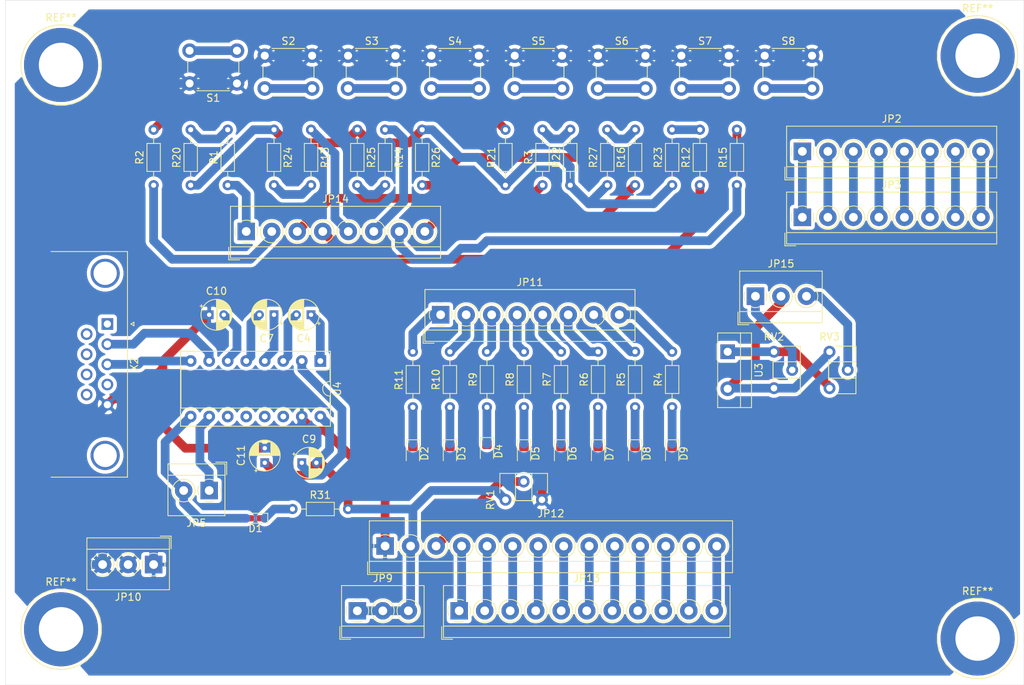
<source format=kicad_pcb>
(kicad_pcb (version 20171130) (host pcbnew "(5.1.6)-1")
  (layers (0 F.Cu signal) (31 B.Cu signal) (34 B.Paste user hide) (35 F.Paste user hide) (36 B.SilkS user hide) (37 F.SilkS user) (38 B.Mask user hide) (39 F.Mask user hide) (44 Edge.Cuts user))
  (net 0 "")
  (net 1 "Net-(C4-Pad2)")
  (net 2 "Net-(C4-Pad1)")
  (net 3 "Net-(C7-Pad2)")
  (net 4 "Net-(C7-Pad1)")
  (net 5 +5VA)
  (net 6 "Net-(C9-Pad1)")
  (net 7 "Net-(C10-Pad2)")
  (net 8 GNDA)
  (net 9 "Net-(D1-Pad2)")
  (net 10 "Net-(D1-Pad1)")
  (net 11 "Net-(D2-Pad1)")
  (net 12 "Net-(D3-Pad1)")
  (net 13 "Net-(D4-Pad1)")
  (net 14 "Net-(D5-Pad1)")
  (net 15 "Net-(D6-Pad1)")
  (net 16 "Net-(D7-Pad1)")
  (net 17 "Net-(D8-Pad1)")
  (net 18 "Net-(D9-Pad1)")
  (net 19 "Net-(JP2-Pad8)")
  (net 20 "Net-(JP2-Pad7)")
  (net 21 "Net-(JP2-Pad6)")
  (net 22 "Net-(JP2-Pad5)")
  (net 23 "Net-(JP2-Pad4)")
  (net 24 "Net-(JP2-Pad3)")
  (net 25 "Net-(JP2-Pad2)")
  (net 26 "Net-(JP2-Pad1)")
  (net 27 "Net-(JP5-Pad1)")
  (net 28 "Net-(JP11-Pad8)")
  (net 29 "Net-(JP11-Pad7)")
  (net 30 "Net-(JP11-Pad6)")
  (net 31 "Net-(JP11-Pad5)")
  (net 32 "Net-(JP11-Pad4)")
  (net 33 "Net-(JP11-Pad3)")
  (net 34 "Net-(JP11-Pad2)")
  (net 35 "Net-(JP11-Pad1)")
  (net 36 "Net-(JP12-Pad14)")
  (net 37 "Net-(JP12-Pad13)")
  (net 38 "Net-(JP12-Pad12)")
  (net 39 "Net-(JP12-Pad11)")
  (net 40 "Net-(JP12-Pad10)")
  (net 41 "Net-(JP12-Pad9)")
  (net 42 "Net-(JP12-Pad8)")
  (net 43 "Net-(JP12-Pad7)")
  (net 44 "Net-(JP12-Pad6)")
  (net 45 "Net-(JP12-Pad5)")
  (net 46 "Net-(JP12-Pad4)")
  (net 47 "Net-(JP12-Pad3)")
  (net 48 "Net-(JP14-Pad8)")
  (net 49 "Net-(JP14-Pad7)")
  (net 50 "Net-(JP14-Pad6)")
  (net 51 "Net-(JP14-Pad5)")
  (net 52 "Net-(JP14-Pad4)")
  (net 53 "Net-(JP14-Pad3)")
  (net 54 "Net-(JP14-Pad2)")
  (net 55 "Net-(JP14-Pad1)")
  (net 56 "Net-(JP15-Pad3)")
  (net 57 "Net-(JP15-Pad2)")
  (net 58 "Net-(JP15-Pad1)")
  (net 59 "Net-(R1-Pad2)")
  (net 60 "Net-(R2-Pad2)")
  (net 61 "Net-(R22-Pad2)")
  (net 62 "Net-(R12-Pad2)")
  (net 63 "Net-(R13-Pad2)")
  (net 64 "Net-(R14-Pad2)")
  (net 65 "Net-(R15-Pad2)")
  (net 66 "Net-(R16-Pad2)")
  (net 67 "Net-(R20-Pad1)")
  (net 68 +5V)
  (net 69 GND)
  (net 70 "Net-(S1-Pad2)")
  (net 71 "Net-(S2-Pad2)")
  (net 72 "Net-(S3-Pad2)")
  (net 73 "Net-(S4-Pad2)")
  (net 74 "Net-(S5-Pad2)")
  (net 75 "Net-(S6-Pad2)")
  (net 76 "Net-(S7-Pad2)")
  (net 77 "Net-(S8-Pad2)")
  (net 78 "Net-(U4-Pad8)")
  (net 79 "Net-(U4-Pad7)")
  (net 80 "Net-(U4-Pad14)")
  (net 81 "Net-(U4-Pad13)")
  (net 82 "Net-(U4-Pad12)")
  (net 83 "Net-(U4-Pad11)")
  (net 84 "Net-(X2-Pad9)")
  (net 85 "Net-(X2-Pad8)")
  (net 86 "Net-(X2-Pad7)")
  (net 87 "Net-(X2-Pad6)")
  (net 88 "Net-(X2-Pad4)")
  (net 89 "Net-(X2-Pad1)")
  (module Connector:Banana_Jack_1Pin (layer F.Cu) (at 69.85 127)
    (fp_text reference REF** (at 0 -6.5) (layer F.SilkS))
    (fp_text value Banana_Jack_1Pin)
    (pad 1 thru_hole circle (at 0 0) (size 10.16 10.16) (drill 6.1) (layers *.Cu *.Mask))
  )
  (module Connector:Banana_Jack_1Pin (layer F.Cu) (at 69.85 49.53)
    (fp_text reference REF** (at 0 -6.5) (layer F.SilkS))
    (fp_text value Banana_Jack_1Pin)
    (pad 1 thru_hole circle (at 0 0) (size 10.16 10.16) (drill 6.1) (layers *.Cu *.Mask))
  )
  (module Connector:Banana_Jack_1Pin (layer F.Cu) (at 195.58 48.26)
    (fp_text reference REF** (at 0 -6.5) (layer F.SilkS))
    (fp_text value Banana_Jack_1Pin)
    (pad 1 thru_hole circle (at 0 0) (size 10.16 10.16) (drill 6.1) (layers *.Cu *.Mask))
  )
  (module Connector:Banana_Jack_1Pin (layer F.Cu) (at 195.58 128.27)
    (fp_text reference REF** (at 0 -6.5) (layer F.SilkS))
    (fp_text value Banana_Jack_1Pin)
    (pad 1 thru_hole circle (at 0 0) (size 10.16 10.16) (drill 6.1) (layers *.Cu *.Mask))
  )
  (module Package_TO_SOT_THT:TO-220-2_Vertical (layer F.Cu) (at 161.29 88.9 270)
    (fp_text reference U3 (at 2.54 -4.27 90) (layer F.SilkS))
    (fp_text value MCP9700A)
    (pad 2 thru_hole oval (at 5.08 0 270) (size 2 2) (drill 1.1) (layers *.Cu *.Mask) (net 57 "Net-(JP15-Pad2)"))
    (pad 1 thru_hole rect (at 0 0 270) (size 2 2) (drill 1.1) (layers *.Cu *.Mask) (net 68 +5V))
  )
  (module Button_Switch_THT:SW_PUSH_6mm (layer F.Cu) (at 166.37 48.26)
    (fp_text reference S8 (at 3.25 -2) (layer F.SilkS))
    (fp_text value DIS-6)
    (pad 1 thru_hole circle (at 6.5 0 90) (size 2 2) (drill 1.1) (layers *.Cu *.Mask) (net 8 GNDA))
    (pad 2 thru_hole circle (at 6.5 4.5 90) (size 2 2) (drill 1.1) (layers *.Cu *.Mask) (net 77 "Net-(S8-Pad2)"))
    (pad 1 thru_hole circle (at 0 0 90) (size 2 2) (drill 1.1) (layers *.Cu *.Mask) (net 8 GNDA))
    (pad 2 thru_hole circle (at 0 4.5 90) (size 2 2) (drill 1.1) (layers *.Cu *.Mask) (net 77 "Net-(S8-Pad2)"))
  )
  (module Button_Switch_THT:SW_PUSH_6mm (layer F.Cu) (at 154.94 48.26)
    (fp_text reference S7 (at 3.25 -2) (layer F.SilkS))
    (fp_text value DIS-6)
    (pad 1 thru_hole circle (at 6.5 0 90) (size 2 2) (drill 1.1) (layers *.Cu *.Mask) (net 8 GNDA))
    (pad 2 thru_hole circle (at 6.5 4.5 90) (size 2 2) (drill 1.1) (layers *.Cu *.Mask) (net 76 "Net-(S7-Pad2)"))
    (pad 1 thru_hole circle (at 0 0 90) (size 2 2) (drill 1.1) (layers *.Cu *.Mask) (net 8 GNDA))
    (pad 2 thru_hole circle (at 0 4.5 90) (size 2 2) (drill 1.1) (layers *.Cu *.Mask) (net 76 "Net-(S7-Pad2)"))
  )
  (module Button_Switch_THT:SW_PUSH_6mm (layer F.Cu) (at 143.51 48.26)
    (fp_text reference S6 (at 3.25 -2) (layer F.SilkS))
    (fp_text value DIS-6)
    (pad 1 thru_hole circle (at 6.5 0 90) (size 2 2) (drill 1.1) (layers *.Cu *.Mask) (net 8 GNDA))
    (pad 2 thru_hole circle (at 6.5 4.5 90) (size 2 2) (drill 1.1) (layers *.Cu *.Mask) (net 75 "Net-(S6-Pad2)"))
    (pad 1 thru_hole circle (at 0 0 90) (size 2 2) (drill 1.1) (layers *.Cu *.Mask) (net 8 GNDA))
    (pad 2 thru_hole circle (at 0 4.5 90) (size 2 2) (drill 1.1) (layers *.Cu *.Mask) (net 75 "Net-(S6-Pad2)"))
  )
  (module Button_Switch_THT:SW_PUSH_6mm (layer F.Cu) (at 132.08 48.26)
    (fp_text reference S5 (at 3.25 -2) (layer F.SilkS))
    (fp_text value DIS-6)
    (pad 1 thru_hole circle (at 6.5 0 90) (size 2 2) (drill 1.1) (layers *.Cu *.Mask) (net 8 GNDA))
    (pad 2 thru_hole circle (at 6.5 4.5 90) (size 2 2) (drill 1.1) (layers *.Cu *.Mask) (net 74 "Net-(S5-Pad2)"))
    (pad 1 thru_hole circle (at 0 0 90) (size 2 2) (drill 1.1) (layers *.Cu *.Mask) (net 8 GNDA))
    (pad 2 thru_hole circle (at 0 4.5 90) (size 2 2) (drill 1.1) (layers *.Cu *.Mask) (net 74 "Net-(S5-Pad2)"))
  )
  (module Button_Switch_THT:SW_PUSH_6mm (layer F.Cu) (at 120.65 48.26)
    (fp_text reference S4 (at 3.25 -2) (layer F.SilkS))
    (fp_text value DIS-6)
    (pad 1 thru_hole circle (at 6.5 0 90) (size 2 2) (drill 1.1) (layers *.Cu *.Mask) (net 8 GNDA))
    (pad 2 thru_hole circle (at 6.5 4.5 90) (size 2 2) (drill 1.1) (layers *.Cu *.Mask) (net 73 "Net-(S4-Pad2)"))
    (pad 1 thru_hole circle (at 0 0 90) (size 2 2) (drill 1.1) (layers *.Cu *.Mask) (net 8 GNDA))
    (pad 2 thru_hole circle (at 0 4.5 90) (size 2 2) (drill 1.1) (layers *.Cu *.Mask) (net 73 "Net-(S4-Pad2)"))
  )
  (module Button_Switch_THT:SW_PUSH_6mm (layer F.Cu) (at 109.22 48.26)
    (fp_text reference S3 (at 3.25 -2) (layer F.SilkS))
    (fp_text value DIS-6)
    (pad 1 thru_hole circle (at 6.5 0 90) (size 2 2) (drill 1.1) (layers *.Cu *.Mask) (net 8 GNDA))
    (pad 2 thru_hole circle (at 6.5 4.5 90) (size 2 2) (drill 1.1) (layers *.Cu *.Mask) (net 72 "Net-(S3-Pad2)"))
    (pad 1 thru_hole circle (at 0 0 90) (size 2 2) (drill 1.1) (layers *.Cu *.Mask) (net 8 GNDA))
    (pad 2 thru_hole circle (at 0 4.5 90) (size 2 2) (drill 1.1) (layers *.Cu *.Mask) (net 72 "Net-(S3-Pad2)"))
  )
  (module Button_Switch_THT:SW_PUSH_6mm (layer F.Cu) (at 97.79 48.26)
    (fp_text reference S2 (at 3.25 -2) (layer F.SilkS))
    (fp_text value DIS-6)
    (pad 1 thru_hole circle (at 6.5 0 90) (size 2 2) (drill 1.1) (layers *.Cu *.Mask) (net 8 GNDA))
    (pad 2 thru_hole circle (at 6.5 4.5 90) (size 2 2) (drill 1.1) (layers *.Cu *.Mask) (net 71 "Net-(S2-Pad2)"))
    (pad 1 thru_hole circle (at 0 0 90) (size 2 2) (drill 1.1) (layers *.Cu *.Mask) (net 8 GNDA))
    (pad 2 thru_hole circle (at 0 4.5 90) (size 2 2) (drill 1.1) (layers *.Cu *.Mask) (net 71 "Net-(S2-Pad2)"))
  )
  (module Button_Switch_THT:SW_PUSH_6mm (layer F.Cu) (at 93.98 52.07 180)
    (fp_text reference S1 (at 3.25 -2) (layer F.SilkS))
    (fp_text value DIS-6)
    (pad 1 thru_hole circle (at 6.5 0 270) (size 2 2) (drill 1.1) (layers *.Cu *.Mask) (net 8 GNDA))
    (pad 2 thru_hole circle (at 6.5 4.5 270) (size 2 2) (drill 1.1) (layers *.Cu *.Mask) (net 70 "Net-(S1-Pad2)"))
    (pad 1 thru_hole circle (at 0 0 270) (size 2 2) (drill 1.1) (layers *.Cu *.Mask) (net 8 GNDA))
    (pad 2 thru_hole circle (at 0 4.5 270) (size 2 2) (drill 1.1) (layers *.Cu *.Mask) (net 70 "Net-(S1-Pad2)"))
  )
  (module Potentiometer_THT:Potentiometer_ACP_CA6-H2,5_Horizontal (layer F.Cu) (at 175.26 88.9)
    (fp_text reference RV3 (at 0 -2.06) (layer F.SilkS))
    (fp_text value 10k)
    (pad 1 thru_hole circle (at 0 0) (size 1.62 1.62) (drill 0.9) (layers *.Cu *.Mask) (net 69 GND))
    (pad 2 thru_hole circle (at 2.5 2.5) (size 1.62 1.62) (drill 0.9) (layers *.Cu *.Mask) (net 56 "Net-(JP15-Pad3)"))
    (pad 3 thru_hole circle (at 0 5) (size 1.62 1.62) (drill 0.9) (layers *.Cu *.Mask) (net 68 +5V))
  )
  (module Potentiometer_THT:Potentiometer_ACP_CA6-H2,5_Horizontal (layer F.Cu) (at 167.64 88.9)
    (fp_text reference RV2 (at 0 -2.06) (layer F.SilkS))
    (fp_text value 10k)
    (pad 1 thru_hole circle (at 0 0) (size 1.62 1.62) (drill 0.9) (layers *.Cu *.Mask) (net 68 +5V))
    (pad 2 thru_hole circle (at 2.5 2.5) (size 1.62 1.62) (drill 0.9) (layers *.Cu *.Mask) (net 58 "Net-(JP15-Pad1)"))
    (pad 3 thru_hole circle (at 0 5) (size 1.62 1.62) (drill 0.9) (layers *.Cu *.Mask) (net 69 GND))
  )
  (module Potentiometer_THT:Potentiometer_ACP_CA6-H2,5_Horizontal (layer F.Cu) (at 130.81 109.22 90)
    (fp_text reference RV1 (at 0 -2.06 90) (layer F.SilkS))
    (fp_text value 10k)
    (pad 1 thru_hole circle (at 0 0 90) (size 1.62 1.62) (drill 0.9) (layers *.Cu *.Mask) (net 5 +5VA))
    (pad 2 thru_hole circle (at 2.5 2.5 90) (size 1.62 1.62) (drill 0.9) (layers *.Cu *.Mask) (net 47 "Net-(JP12-Pad3)"))
    (pad 3 thru_hole circle (at 0 5 90) (size 1.62 1.62) (drill 0.9) (layers *.Cu *.Mask) (net 8 GNDA))
  )
  (module Connector_Dsub:DSUB-9_Male_Horizontal_P2.77x2.84mm_EdgePinOffset4.94mm_Housed_MountingHolesOffset7.48mm (layer F.Cu) (at 76.2 85.09 270)
    (fp_text reference X2 (at 5.54 -3.7 90) (layer F.SilkS))
    (fp_text value F09HP)
    (pad 0 thru_hole circle (at 18.04 0.3 270) (size 4 4) (drill 3.2) (layers *.Cu *.Mask))
    (pad 0 thru_hole circle (at -6.96 0.3 270) (size 4 4) (drill 3.2) (layers *.Cu *.Mask))
    (pad 9 thru_hole circle (at 9.695 2.84 270) (size 1.6 1.6) (drill 1) (layers *.Cu *.Mask) (net 84 "Net-(X2-Pad9)"))
    (pad 8 thru_hole circle (at 6.925 2.84 270) (size 1.6 1.6) (drill 1) (layers *.Cu *.Mask) (net 85 "Net-(X2-Pad8)"))
    (pad 7 thru_hole circle (at 4.155 2.84 270) (size 1.6 1.6) (drill 1) (layers *.Cu *.Mask) (net 86 "Net-(X2-Pad7)"))
    (pad 6 thru_hole circle (at 1.385 2.84 270) (size 1.6 1.6) (drill 1) (layers *.Cu *.Mask) (net 87 "Net-(X2-Pad6)"))
    (pad 5 thru_hole circle (at 11.08 0 270) (size 1.6 1.6) (drill 1) (layers *.Cu *.Mask) (net 8 GNDA))
    (pad 4 thru_hole circle (at 8.31 0 270) (size 1.6 1.6) (drill 1) (layers *.Cu *.Mask) (net 88 "Net-(X2-Pad4)"))
    (pad 3 thru_hole circle (at 5.54 0 270) (size 1.6 1.6) (drill 1) (layers *.Cu *.Mask) (net 78 "Net-(U4-Pad8)"))
    (pad 2 thru_hole circle (at 2.77 0 270) (size 1.6 1.6) (drill 1) (layers *.Cu *.Mask) (net 79 "Net-(U4-Pad7)"))
    (pad 1 thru_hole rect (at 0 0 270) (size 1.6 1.6) (drill 1) (layers *.Cu *.Mask) (net 89 "Net-(X2-Pad1)"))
  )
  (module Package_DIP:DIP-16_W7.62mm_Socket (layer F.Cu) (at 105.41 90.17 270)
    (fp_text reference U4 (at 3.81 -2.33 90) (layer F.SilkS))
    (fp_text value MAX232)
    (pad 16 thru_hole oval (at 7.62 0 270) (size 1.6 1.6) (drill 0.8) (layers *.Cu *.Mask) (net 5 +5VA))
    (pad 8 thru_hole oval (at 0 17.78 270) (size 1.6 1.6) (drill 0.8) (layers *.Cu *.Mask) (net 78 "Net-(U4-Pad8)"))
    (pad 15 thru_hole oval (at 7.62 2.54 270) (size 1.6 1.6) (drill 0.8) (layers *.Cu *.Mask) (net 8 GNDA))
    (pad 7 thru_hole oval (at 0 15.24 270) (size 1.6 1.6) (drill 0.8) (layers *.Cu *.Mask) (net 79 "Net-(U4-Pad7)"))
    (pad 14 thru_hole oval (at 7.62 5.08 270) (size 1.6 1.6) (drill 0.8) (layers *.Cu *.Mask) (net 80 "Net-(U4-Pad14)"))
    (pad 6 thru_hole oval (at 0 12.7 270) (size 1.6 1.6) (drill 0.8) (layers *.Cu *.Mask) (net 7 "Net-(C10-Pad2)"))
    (pad 13 thru_hole oval (at 7.62 7.62 270) (size 1.6 1.6) (drill 0.8) (layers *.Cu *.Mask) (net 81 "Net-(U4-Pad13)"))
    (pad 5 thru_hole oval (at 0 10.16 270) (size 1.6 1.6) (drill 0.8) (layers *.Cu *.Mask) (net 3 "Net-(C7-Pad2)"))
    (pad 12 thru_hole oval (at 7.62 10.16 270) (size 1.6 1.6) (drill 0.8) (layers *.Cu *.Mask) (net 82 "Net-(U4-Pad12)"))
    (pad 4 thru_hole oval (at 0 7.62 270) (size 1.6 1.6) (drill 0.8) (layers *.Cu *.Mask) (net 4 "Net-(C7-Pad1)"))
    (pad 11 thru_hole oval (at 7.62 12.7 270) (size 1.6 1.6) (drill 0.8) (layers *.Cu *.Mask) (net 83 "Net-(U4-Pad11)"))
    (pad 3 thru_hole oval (at 0 5.08 270) (size 1.6 1.6) (drill 0.8) (layers *.Cu *.Mask) (net 1 "Net-(C4-Pad2)"))
    (pad 10 thru_hole oval (at 7.62 15.24 270) (size 1.6 1.6) (drill 0.8) (layers *.Cu *.Mask) (net 27 "Net-(JP5-Pad1)"))
    (pad 2 thru_hole oval (at 0 2.54 270) (size 1.6 1.6) (drill 0.8) (layers *.Cu *.Mask) (net 6 "Net-(C9-Pad1)"))
    (pad 9 thru_hole oval (at 7.62 17.78 270) (size 1.6 1.6) (drill 0.8) (layers *.Cu *.Mask) (net 9 "Net-(D1-Pad2)"))
    (pad 1 thru_hole rect (at 0 0 270) (size 1.6 1.6) (drill 0.8) (layers *.Cu *.Mask) (net 2 "Net-(C4-Pad1)"))
  )
  (module Resistor_THT:R_Axial_DIN0204_L3.6mm_D1.6mm_P7.62mm_Horizontal (layer F.Cu) (at 101.6 110.49)
    (fp_text reference R31 (at 3.81 -1.92) (layer F.SilkS))
    (fp_text value 470)
    (pad 2 thru_hole oval (at 7.62 0) (size 1.4 1.4) (drill 0.7) (layers *.Cu *.Mask) (net 5 +5VA))
    (pad 1 thru_hole circle (at 0 0) (size 1.4 1.4) (drill 0.7) (layers *.Cu *.Mask) (net 10 "Net-(D1-Pad1)"))
  )
  (module Resistor_THT:R_Axial_DIN0204_L3.6mm_D1.6mm_P7.62mm_Horizontal (layer F.Cu) (at 144.78 66.04 90)
    (fp_text reference R27 (at 3.81 -1.92 90) (layer F.SilkS))
    (fp_text value 4.7k)
    (pad 2 thru_hole oval (at 7.62 0 90) (size 1.4 1.4) (drill 0.7) (layers *.Cu *.Mask) (net 66 "Net-(R16-Pad2)"))
    (pad 1 thru_hole circle (at 0 0 90) (size 1.4 1.4) (drill 0.7) (layers *.Cu *.Mask) (net 67 "Net-(R20-Pad1)"))
  )
  (module Resistor_THT:R_Axial_DIN0204_L3.6mm_D1.6mm_P7.62mm_Horizontal (layer F.Cu) (at 119.38 58.42 270)
    (fp_text reference R26 (at 3.81 -1.92 90) (layer F.SilkS))
    (fp_text value 4.7k)
    (pad 2 thru_hole oval (at 7.62 0 270) (size 1.4 1.4) (drill 0.7) (layers *.Cu *.Mask) (net 65 "Net-(R15-Pad2)"))
    (pad 1 thru_hole circle (at 0 0 270) (size 1.4 1.4) (drill 0.7) (layers *.Cu *.Mask) (net 67 "Net-(R20-Pad1)"))
  )
  (module Resistor_THT:R_Axial_DIN0204_L3.6mm_D1.6mm_P7.62mm_Horizontal (layer F.Cu) (at 110.49 58.42 270)
    (fp_text reference R25 (at 3.81 -1.92 90) (layer F.SilkS))
    (fp_text value 4.7k)
    (pad 2 thru_hole oval (at 7.62 0 270) (size 1.4 1.4) (drill 0.7) (layers *.Cu *.Mask) (net 64 "Net-(R14-Pad2)"))
    (pad 1 thru_hole circle (at 0 0 270) (size 1.4 1.4) (drill 0.7) (layers *.Cu *.Mask) (net 67 "Net-(R20-Pad1)"))
  )
  (module Resistor_THT:R_Axial_DIN0204_L3.6mm_D1.6mm_P7.62mm_Horizontal (layer F.Cu) (at 99.06 58.42 270)
    (fp_text reference R24 (at 3.81 -1.92 90) (layer F.SilkS))
    (fp_text value 4.7k)
    (pad 2 thru_hole oval (at 7.62 0 270) (size 1.4 1.4) (drill 0.7) (layers *.Cu *.Mask) (net 63 "Net-(R13-Pad2)"))
    (pad 1 thru_hole circle (at 0 0 270) (size 1.4 1.4) (drill 0.7) (layers *.Cu *.Mask) (net 67 "Net-(R20-Pad1)"))
  )
  (module Resistor_THT:R_Axial_DIN0204_L3.6mm_D1.6mm_P7.62mm_Horizontal (layer F.Cu) (at 153.67 66.04 90)
    (fp_text reference R23 (at 3.81 -1.92 90) (layer F.SilkS))
    (fp_text value 4.7k)
    (pad 2 thru_hole oval (at 7.62 0 90) (size 1.4 1.4) (drill 0.7) (layers *.Cu *.Mask) (net 62 "Net-(R12-Pad2)"))
    (pad 1 thru_hole circle (at 0 0 90) (size 1.4 1.4) (drill 0.7) (layers *.Cu *.Mask) (net 67 "Net-(R20-Pad1)"))
  )
  (module Resistor_THT:R_Axial_DIN0204_L3.6mm_D1.6mm_P7.62mm_Horizontal (layer F.Cu) (at 139.7 66.04 90)
    (fp_text reference R22 (at 3.81 -1.92 90) (layer F.SilkS))
    (fp_text value 4.7k)
    (pad 2 thru_hole oval (at 7.62 0 90) (size 1.4 1.4) (drill 0.7) (layers *.Cu *.Mask) (net 61 "Net-(R22-Pad2)"))
    (pad 1 thru_hole circle (at 0 0 90) (size 1.4 1.4) (drill 0.7) (layers *.Cu *.Mask) (net 67 "Net-(R20-Pad1)"))
  )
  (module Resistor_THT:R_Axial_DIN0204_L3.6mm_D1.6mm_P7.62mm_Horizontal (layer F.Cu) (at 130.81 66.04 90)
    (fp_text reference R21 (at 3.81 -1.92 90) (layer F.SilkS))
    (fp_text value 4.7k)
    (pad 2 thru_hole oval (at 7.62 0 90) (size 1.4 1.4) (drill 0.7) (layers *.Cu *.Mask) (net 60 "Net-(R2-Pad2)"))
    (pad 1 thru_hole circle (at 0 0 90) (size 1.4 1.4) (drill 0.7) (layers *.Cu *.Mask) (net 67 "Net-(R20-Pad1)"))
  )
  (module Resistor_THT:R_Axial_DIN0204_L3.6mm_D1.6mm_P7.62mm_Horizontal (layer F.Cu) (at 87.63 66.04 90)
    (fp_text reference R20 (at 3.81 -1.92 90) (layer F.SilkS))
    (fp_text value 4.7K)
    (pad 2 thru_hole oval (at 7.62 0 90) (size 1.4 1.4) (drill 0.7) (layers *.Cu *.Mask) (net 59 "Net-(R1-Pad2)"))
    (pad 1 thru_hole circle (at 0 0 90) (size 1.4 1.4) (drill 0.7) (layers *.Cu *.Mask) (net 67 "Net-(R20-Pad1)"))
  )
  (module Resistor_THT:R_Axial_DIN0204_L3.6mm_D1.6mm_P7.62mm_Horizontal (layer F.Cu) (at 148.59 66.04 90)
    (fp_text reference R16 (at 3.81 -1.92 90) (layer F.SilkS))
    (fp_text value 1k)
    (pad 2 thru_hole oval (at 7.62 0 90) (size 1.4 1.4) (drill 0.7) (layers *.Cu *.Mask) (net 66 "Net-(R16-Pad2)"))
    (pad 1 thru_hole circle (at 0 0 90) (size 1.4 1.4) (drill 0.7) (layers *.Cu *.Mask) (net 48 "Net-(JP14-Pad8)"))
  )
  (module Resistor_THT:R_Axial_DIN0204_L3.6mm_D1.6mm_P7.62mm_Horizontal (layer F.Cu) (at 162.56 66.04 90)
    (fp_text reference R15 (at 3.81 -1.92 90) (layer F.SilkS))
    (fp_text value 1k)
    (pad 2 thru_hole oval (at 7.62 0 90) (size 1.4 1.4) (drill 0.7) (layers *.Cu *.Mask) (net 65 "Net-(R15-Pad2)"))
    (pad 1 thru_hole circle (at 0 0 90) (size 1.4 1.4) (drill 0.7) (layers *.Cu *.Mask) (net 49 "Net-(JP14-Pad7)"))
  )
  (module Resistor_THT:R_Axial_DIN0204_L3.6mm_D1.6mm_P7.62mm_Horizontal (layer F.Cu) (at 114.3 58.42 270)
    (fp_text reference R14 (at 3.81 -1.92 90) (layer F.SilkS))
    (fp_text value 1k)
    (pad 2 thru_hole oval (at 7.62 0 270) (size 1.4 1.4) (drill 0.7) (layers *.Cu *.Mask) (net 64 "Net-(R14-Pad2)"))
    (pad 1 thru_hole circle (at 0 0 270) (size 1.4 1.4) (drill 0.7) (layers *.Cu *.Mask) (net 50 "Net-(JP14-Pad6)"))
  )
  (module Resistor_THT:R_Axial_DIN0204_L3.6mm_D1.6mm_P7.62mm_Horizontal (layer F.Cu) (at 104.14 58.42 270)
    (fp_text reference R13 (at 3.81 -1.92 90) (layer F.SilkS))
    (fp_text value 1k)
    (pad 2 thru_hole oval (at 7.62 0 270) (size 1.4 1.4) (drill 0.7) (layers *.Cu *.Mask) (net 63 "Net-(R13-Pad2)"))
    (pad 1 thru_hole circle (at 0 0 270) (size 1.4 1.4) (drill 0.7) (layers *.Cu *.Mask) (net 51 "Net-(JP14-Pad5)"))
  )
  (module Resistor_THT:R_Axial_DIN0204_L3.6mm_D1.6mm_P7.62mm_Horizontal (layer F.Cu) (at 157.48 66.04 90)
    (fp_text reference R12 (at 3.81 -1.92 90) (layer F.SilkS))
    (fp_text value 1k)
    (pad 2 thru_hole oval (at 7.62 0 90) (size 1.4 1.4) (drill 0.7) (layers *.Cu *.Mask) (net 62 "Net-(R12-Pad2)"))
    (pad 1 thru_hole circle (at 0 0 90) (size 1.4 1.4) (drill 0.7) (layers *.Cu *.Mask) (net 52 "Net-(JP14-Pad4)"))
  )
  (module Resistor_THT:R_Axial_DIN0204_L3.6mm_D1.6mm_P7.62mm_Horizontal (layer F.Cu) (at 118.11 96.52 90)
    (fp_text reference R11 (at 3.81 -1.92 90) (layer F.SilkS))
    (fp_text value 470)
    (pad 2 thru_hole oval (at 7.62 0 90) (size 1.4 1.4) (drill 0.7) (layers *.Cu *.Mask) (net 35 "Net-(JP11-Pad1)"))
    (pad 1 thru_hole circle (at 0 0 90) (size 1.4 1.4) (drill 0.7) (layers *.Cu *.Mask) (net 11 "Net-(D2-Pad1)"))
  )
  (module Resistor_THT:R_Axial_DIN0204_L3.6mm_D1.6mm_P7.62mm_Horizontal (layer F.Cu) (at 123.19 96.52 90)
    (fp_text reference R10 (at 3.81 -1.92 90) (layer F.SilkS))
    (fp_text value 470)
    (pad 2 thru_hole oval (at 7.62 0 90) (size 1.4 1.4) (drill 0.7) (layers *.Cu *.Mask) (net 34 "Net-(JP11-Pad2)"))
    (pad 1 thru_hole circle (at 0 0 90) (size 1.4 1.4) (drill 0.7) (layers *.Cu *.Mask) (net 12 "Net-(D3-Pad1)"))
  )
  (module Resistor_THT:R_Axial_DIN0204_L3.6mm_D1.6mm_P7.62mm_Horizontal (layer F.Cu) (at 128.27 96.52 90)
    (fp_text reference R9 (at 3.81 -1.92 90) (layer F.SilkS))
    (fp_text value 470)
    (pad 2 thru_hole oval (at 7.62 0 90) (size 1.4 1.4) (drill 0.7) (layers *.Cu *.Mask) (net 33 "Net-(JP11-Pad3)"))
    (pad 1 thru_hole circle (at 0 0 90) (size 1.4 1.4) (drill 0.7) (layers *.Cu *.Mask) (net 13 "Net-(D4-Pad1)"))
  )
  (module Resistor_THT:R_Axial_DIN0204_L3.6mm_D1.6mm_P7.62mm_Horizontal (layer F.Cu) (at 133.35 96.52 90)
    (fp_text reference R8 (at 3.81 -1.92 90) (layer F.SilkS))
    (fp_text value 470)
    (pad 2 thru_hole oval (at 7.62 0 90) (size 1.4 1.4) (drill 0.7) (layers *.Cu *.Mask) (net 32 "Net-(JP11-Pad4)"))
    (pad 1 thru_hole circle (at 0 0 90) (size 1.4 1.4) (drill 0.7) (layers *.Cu *.Mask) (net 14 "Net-(D5-Pad1)"))
  )
  (module Resistor_THT:R_Axial_DIN0204_L3.6mm_D1.6mm_P7.62mm_Horizontal (layer F.Cu) (at 138.43 96.52 90)
    (fp_text reference R7 (at 3.81 -1.92 90) (layer F.SilkS))
    (fp_text value 470)
    (pad 2 thru_hole oval (at 7.62 0 90) (size 1.4 1.4) (drill 0.7) (layers *.Cu *.Mask) (net 31 "Net-(JP11-Pad5)"))
    (pad 1 thru_hole circle (at 0 0 90) (size 1.4 1.4) (drill 0.7) (layers *.Cu *.Mask) (net 15 "Net-(D6-Pad1)"))
  )
  (module Resistor_THT:R_Axial_DIN0204_L3.6mm_D1.6mm_P7.62mm_Horizontal (layer F.Cu) (at 143.51 96.52 90)
    (fp_text reference R6 (at 3.81 -1.92 90) (layer F.SilkS))
    (fp_text value 470)
    (pad 2 thru_hole oval (at 7.62 0 90) (size 1.4 1.4) (drill 0.7) (layers *.Cu *.Mask) (net 30 "Net-(JP11-Pad6)"))
    (pad 1 thru_hole circle (at 0 0 90) (size 1.4 1.4) (drill 0.7) (layers *.Cu *.Mask) (net 16 "Net-(D7-Pad1)"))
  )
  (module Resistor_THT:R_Axial_DIN0204_L3.6mm_D1.6mm_P7.62mm_Horizontal (layer F.Cu) (at 148.59 96.52 90)
    (fp_text reference R5 (at 3.81 -1.92 90) (layer F.SilkS))
    (fp_text value 470)
    (pad 2 thru_hole oval (at 7.62 0 90) (size 1.4 1.4) (drill 0.7) (layers *.Cu *.Mask) (net 29 "Net-(JP11-Pad7)"))
    (pad 1 thru_hole circle (at 0 0 90) (size 1.4 1.4) (drill 0.7) (layers *.Cu *.Mask) (net 17 "Net-(D8-Pad1)"))
  )
  (module Resistor_THT:R_Axial_DIN0204_L3.6mm_D1.6mm_P7.62mm_Horizontal (layer F.Cu) (at 153.67 96.52 90)
    (fp_text reference R4 (at 3.81 -1.92 90) (layer F.SilkS))
    (fp_text value 470)
    (pad 2 thru_hole oval (at 7.62 0 90) (size 1.4 1.4) (drill 0.7) (layers *.Cu *.Mask) (net 28 "Net-(JP11-Pad8)"))
    (pad 1 thru_hole circle (at 0 0 90) (size 1.4 1.4) (drill 0.7) (layers *.Cu *.Mask) (net 18 "Net-(D9-Pad1)"))
  )
  (module Resistor_THT:R_Axial_DIN0204_L3.6mm_D1.6mm_P7.62mm_Horizontal (layer F.Cu) (at 135.89 66.04 90)
    (fp_text reference R3 (at 3.81 -1.92 90) (layer F.SilkS))
    (fp_text value 1k)
    (pad 2 thru_hole oval (at 7.62 0 90) (size 1.4 1.4) (drill 0.7) (layers *.Cu *.Mask) (net 61 "Net-(R22-Pad2)"))
    (pad 1 thru_hole circle (at 0 0 90) (size 1.4 1.4) (drill 0.7) (layers *.Cu *.Mask) (net 53 "Net-(JP14-Pad3)"))
  )
  (module Resistor_THT:R_Axial_DIN0204_L3.6mm_D1.6mm_P7.62mm_Horizontal (layer F.Cu) (at 82.55 66.04 90)
    (fp_text reference R2 (at 3.81 -1.92 90) (layer F.SilkS))
    (fp_text value 1k)
    (pad 2 thru_hole oval (at 7.62 0 90) (size 1.4 1.4) (drill 0.7) (layers *.Cu *.Mask) (net 60 "Net-(R2-Pad2)"))
    (pad 1 thru_hole circle (at 0 0 90) (size 1.4 1.4) (drill 0.7) (layers *.Cu *.Mask) (net 54 "Net-(JP14-Pad2)"))
  )
  (module Resistor_THT:R_Axial_DIN0204_L3.6mm_D1.6mm_P7.62mm_Horizontal (layer F.Cu) (at 92.71 66.04 90)
    (fp_text reference R1 (at 3.81 -1.92 90) (layer F.SilkS))
    (fp_text value 1k)
    (pad 2 thru_hole oval (at 7.62 0 90) (size 1.4 1.4) (drill 0.7) (layers *.Cu *.Mask) (net 59 "Net-(R1-Pad2)"))
    (pad 1 thru_hole circle (at 0 0 90) (size 1.4 1.4) (drill 0.7) (layers *.Cu *.Mask) (net 55 "Net-(JP14-Pad1)"))
  )
  (module TerminalBlock_4Ucon:TerminalBlock_4Ucon_1x03_P3.50mm_Horizontal (layer F.Cu) (at 165.1 81.28)
    (fp_text reference JP15 (at 3.5 -4.46) (layer F.SilkS))
    (fp_text value PINHD-1X3)
    (pad 3 thru_hole circle (at 7 0) (size 2.4 2.4) (drill 1.2) (layers *.Cu *.Mask) (net 56 "Net-(JP15-Pad3)"))
    (pad 2 thru_hole circle (at 3.5 0) (size 2.4 2.4) (drill 1.2) (layers *.Cu *.Mask) (net 57 "Net-(JP15-Pad2)"))
    (pad 1 thru_hole rect (at 0 0) (size 2.4 2.4) (drill 1.2) (layers *.Cu *.Mask) (net 58 "Net-(JP15-Pad1)"))
  )
  (module TerminalBlock_4Ucon:TerminalBlock_4Ucon_1x08_P3.50mm_Horizontal (layer F.Cu) (at 95.25 72.39)
    (fp_text reference JP14 (at 12.25 -4.46) (layer F.SilkS))
    (fp_text value PINHD-1X8)
    (pad 8 thru_hole circle (at 24.5 0) (size 2.4 2.4) (drill 1.2) (layers *.Cu *.Mask) (net 48 "Net-(JP14-Pad8)"))
    (pad 7 thru_hole circle (at 21 0) (size 2.4 2.4) (drill 1.2) (layers *.Cu *.Mask) (net 49 "Net-(JP14-Pad7)"))
    (pad 6 thru_hole circle (at 17.5 0) (size 2.4 2.4) (drill 1.2) (layers *.Cu *.Mask) (net 50 "Net-(JP14-Pad6)"))
    (pad 5 thru_hole circle (at 14 0) (size 2.4 2.4) (drill 1.2) (layers *.Cu *.Mask) (net 51 "Net-(JP14-Pad5)"))
    (pad 4 thru_hole circle (at 10.5 0) (size 2.4 2.4) (drill 1.2) (layers *.Cu *.Mask) (net 52 "Net-(JP14-Pad4)"))
    (pad 3 thru_hole circle (at 7 0) (size 2.4 2.4) (drill 1.2) (layers *.Cu *.Mask) (net 53 "Net-(JP14-Pad3)"))
    (pad 2 thru_hole circle (at 3.5 0) (size 2.4 2.4) (drill 1.2) (layers *.Cu *.Mask) (net 54 "Net-(JP14-Pad2)"))
    (pad 1 thru_hole rect (at 0 0) (size 2.4 2.4) (drill 1.2) (layers *.Cu *.Mask) (net 55 "Net-(JP14-Pad1)"))
  )
  (module TerminalBlock_4Ucon:TerminalBlock_4Ucon_1x11_P3.50mm_Horizontal (layer F.Cu) (at 124.46 124.46)
    (fp_text reference JP13 (at 17.5 -4.46) (layer F.SilkS))
    (fp_text value PINHD-1X11)
    (pad 11 thru_hole circle (at 35 0) (size 2.4 2.4) (drill 1.2) (layers *.Cu *.Mask) (net 36 "Net-(JP12-Pad14)"))
    (pad 10 thru_hole circle (at 31.5 0) (size 2.4 2.4) (drill 1.2) (layers *.Cu *.Mask) (net 37 "Net-(JP12-Pad13)"))
    (pad 9 thru_hole circle (at 28 0) (size 2.4 2.4) (drill 1.2) (layers *.Cu *.Mask) (net 38 "Net-(JP12-Pad12)"))
    (pad 8 thru_hole circle (at 24.5 0) (size 2.4 2.4) (drill 1.2) (layers *.Cu *.Mask) (net 39 "Net-(JP12-Pad11)"))
    (pad 7 thru_hole circle (at 21 0) (size 2.4 2.4) (drill 1.2) (layers *.Cu *.Mask) (net 40 "Net-(JP12-Pad10)"))
    (pad 6 thru_hole circle (at 17.5 0) (size 2.4 2.4) (drill 1.2) (layers *.Cu *.Mask) (net 41 "Net-(JP12-Pad9)"))
    (pad 5 thru_hole circle (at 14 0) (size 2.4 2.4) (drill 1.2) (layers *.Cu *.Mask) (net 42 "Net-(JP12-Pad8)"))
    (pad 4 thru_hole circle (at 10.5 0) (size 2.4 2.4) (drill 1.2) (layers *.Cu *.Mask) (net 43 "Net-(JP12-Pad7)"))
    (pad 3 thru_hole circle (at 7 0) (size 2.4 2.4) (drill 1.2) (layers *.Cu *.Mask) (net 44 "Net-(JP12-Pad6)"))
    (pad 2 thru_hole circle (at 3.5 0) (size 2.4 2.4) (drill 1.2) (layers *.Cu *.Mask) (net 45 "Net-(JP12-Pad5)"))
    (pad 1 thru_hole rect (at 0 0) (size 2.4 2.4) (drill 1.2) (layers *.Cu *.Mask) (net 46 "Net-(JP12-Pad4)"))
  )
  (module TerminalBlock_4Ucon:TerminalBlock_4Ucon_1x14_P3.50mm_Horizontal (layer F.Cu) (at 114.3 115.57)
    (fp_text reference JP12 (at 22.75 -4.46) (layer F.SilkS))
    (fp_text value PINHD-1X14M)
    (pad 14 thru_hole circle (at 45.5 0) (size 2.4 2.4) (drill 1.2) (layers *.Cu *.Mask) (net 36 "Net-(JP12-Pad14)"))
    (pad 13 thru_hole circle (at 42 0) (size 2.4 2.4) (drill 1.2) (layers *.Cu *.Mask) (net 37 "Net-(JP12-Pad13)"))
    (pad 12 thru_hole circle (at 38.5 0) (size 2.4 2.4) (drill 1.2) (layers *.Cu *.Mask) (net 38 "Net-(JP12-Pad12)"))
    (pad 11 thru_hole circle (at 35 0) (size 2.4 2.4) (drill 1.2) (layers *.Cu *.Mask) (net 39 "Net-(JP12-Pad11)"))
    (pad 10 thru_hole circle (at 31.5 0) (size 2.4 2.4) (drill 1.2) (layers *.Cu *.Mask) (net 40 "Net-(JP12-Pad10)"))
    (pad 9 thru_hole circle (at 28 0) (size 2.4 2.4) (drill 1.2) (layers *.Cu *.Mask) (net 41 "Net-(JP12-Pad9)"))
    (pad 8 thru_hole circle (at 24.5 0) (size 2.4 2.4) (drill 1.2) (layers *.Cu *.Mask) (net 42 "Net-(JP12-Pad8)"))
    (pad 7 thru_hole circle (at 21 0) (size 2.4 2.4) (drill 1.2) (layers *.Cu *.Mask) (net 43 "Net-(JP12-Pad7)"))
    (pad 6 thru_hole circle (at 17.5 0) (size 2.4 2.4) (drill 1.2) (layers *.Cu *.Mask) (net 44 "Net-(JP12-Pad6)"))
    (pad 5 thru_hole circle (at 14 0) (size 2.4 2.4) (drill 1.2) (layers *.Cu *.Mask) (net 45 "Net-(JP12-Pad5)"))
    (pad 4 thru_hole circle (at 10.5 0) (size 2.4 2.4) (drill 1.2) (layers *.Cu *.Mask) (net 46 "Net-(JP12-Pad4)"))
    (pad 3 thru_hole circle (at 7 0) (size 2.4 2.4) (drill 1.2) (layers *.Cu *.Mask) (net 47 "Net-(JP12-Pad3)"))
    (pad 2 thru_hole circle (at 3.5 0) (size 2.4 2.4) (drill 1.2) (layers *.Cu *.Mask) (net 5 +5VA))
    (pad 1 thru_hole rect (at 0 0) (size 2.4 2.4) (drill 1.2) (layers *.Cu *.Mask) (net 8 GNDA))
  )
  (module TerminalBlock_4Ucon:TerminalBlock_4Ucon_1x08_P3.50mm_Horizontal (layer F.Cu) (at 121.92 83.82)
    (fp_text reference JP11 (at 12.25 -4.46) (layer F.SilkS))
    (fp_text value PINHD-1X8)
    (pad 8 thru_hole circle (at 24.5 0) (size 2.4 2.4) (drill 1.2) (layers *.Cu *.Mask) (net 28 "Net-(JP11-Pad8)"))
    (pad 7 thru_hole circle (at 21 0) (size 2.4 2.4) (drill 1.2) (layers *.Cu *.Mask) (net 29 "Net-(JP11-Pad7)"))
    (pad 6 thru_hole circle (at 17.5 0) (size 2.4 2.4) (drill 1.2) (layers *.Cu *.Mask) (net 30 "Net-(JP11-Pad6)"))
    (pad 5 thru_hole circle (at 14 0) (size 2.4 2.4) (drill 1.2) (layers *.Cu *.Mask) (net 31 "Net-(JP11-Pad5)"))
    (pad 4 thru_hole circle (at 10.5 0) (size 2.4 2.4) (drill 1.2) (layers *.Cu *.Mask) (net 32 "Net-(JP11-Pad4)"))
    (pad 3 thru_hole circle (at 7 0) (size 2.4 2.4) (drill 1.2) (layers *.Cu *.Mask) (net 33 "Net-(JP11-Pad3)"))
    (pad 2 thru_hole circle (at 3.5 0) (size 2.4 2.4) (drill 1.2) (layers *.Cu *.Mask) (net 34 "Net-(JP11-Pad2)"))
    (pad 1 thru_hole rect (at 0 0) (size 2.4 2.4) (drill 1.2) (layers *.Cu *.Mask) (net 35 "Net-(JP11-Pad1)"))
  )
  (module TerminalBlock_4Ucon:TerminalBlock_4Ucon_1x03_P3.50mm_Horizontal (layer F.Cu) (at 82.55 118.11 180)
    (fp_text reference JP10 (at 3.5 -4.46) (layer F.SilkS))
    (fp_text value PINHD-1X3)
    (pad 3 thru_hole circle (at 7 0 180) (size 2.4 2.4) (drill 1.2) (layers *.Cu *.Mask) (net 8 GNDA))
    (pad 2 thru_hole circle (at 3.5 0 180) (size 2.4 2.4) (drill 1.2) (layers *.Cu *.Mask) (net 8 GNDA))
    (pad 1 thru_hole rect (at 0 0 180) (size 2.4 2.4) (drill 1.2) (layers *.Cu *.Mask) (net 8 GNDA))
  )
  (module TerminalBlock_4Ucon:TerminalBlock_4Ucon_1x03_P3.50mm_Horizontal (layer F.Cu) (at 110.49 124.46)
    (fp_text reference JP9 (at 3.5 -4.46) (layer F.SilkS))
    (fp_text value PINHD-1X3)
    (pad 3 thru_hole circle (at 7 0) (size 2.4 2.4) (drill 1.2) (layers *.Cu *.Mask) (net 5 +5VA))
    (pad 2 thru_hole circle (at 3.5 0) (size 2.4 2.4) (drill 1.2) (layers *.Cu *.Mask) (net 5 +5VA))
    (pad 1 thru_hole rect (at 0 0) (size 2.4 2.4) (drill 1.2) (layers *.Cu *.Mask) (net 5 +5VA))
  )
  (module TerminalBlock_4Ucon:TerminalBlock_4Ucon_1x02_P3.50mm_Horizontal (layer F.Cu) (at 90.17 107.95 180)
    (fp_text reference JP5 (at 1.75 -4.46) (layer F.SilkS))
    (fp_text value PINHD-1X2)
    (pad 2 thru_hole circle (at 3.5 0 180) (size 2.4 2.4) (drill 1.2) (layers *.Cu *.Mask) (net 9 "Net-(D1-Pad2)"))
    (pad 1 thru_hole rect (at 0 0 180) (size 2.4 2.4) (drill 1.2) (layers *.Cu *.Mask) (net 27 "Net-(JP5-Pad1)"))
  )
  (module TerminalBlock_4Ucon:TerminalBlock_4Ucon_1x08_P3.50mm_Horizontal (layer F.Cu) (at 171.535001 70.445001)
    (fp_text reference JP3 (at 12.25 -4.46) (layer F.SilkS))
    (fp_text value PINHD-1X8)
    (pad 8 thru_hole circle (at 24.5 0) (size 2.4 2.4) (drill 1.2) (layers *.Cu *.Mask) (net 19 "Net-(JP2-Pad8)"))
    (pad 7 thru_hole circle (at 21 0) (size 2.4 2.4) (drill 1.2) (layers *.Cu *.Mask) (net 20 "Net-(JP2-Pad7)"))
    (pad 6 thru_hole circle (at 17.5 0) (size 2.4 2.4) (drill 1.2) (layers *.Cu *.Mask) (net 21 "Net-(JP2-Pad6)"))
    (pad 5 thru_hole circle (at 14 0) (size 2.4 2.4) (drill 1.2) (layers *.Cu *.Mask) (net 22 "Net-(JP2-Pad5)"))
    (pad 4 thru_hole circle (at 10.5 0) (size 2.4 2.4) (drill 1.2) (layers *.Cu *.Mask) (net 23 "Net-(JP2-Pad4)"))
    (pad 3 thru_hole circle (at 7 0) (size 2.4 2.4) (drill 1.2) (layers *.Cu *.Mask) (net 24 "Net-(JP2-Pad3)"))
    (pad 2 thru_hole circle (at 3.5 0) (size 2.4 2.4) (drill 1.2) (layers *.Cu *.Mask) (net 25 "Net-(JP2-Pad2)"))
    (pad 1 thru_hole rect (at 0 0) (size 2.4 2.4) (drill 1.2) (layers *.Cu *.Mask) (net 26 "Net-(JP2-Pad1)"))
  )
  (module TerminalBlock_4Ucon:TerminalBlock_4Ucon_1x08_P3.50mm_Horizontal (layer F.Cu) (at 171.535001 61.395001)
    (fp_text reference JP2 (at 12.25 -4.46) (layer F.SilkS))
    (fp_text value PINHD-1X8)
    (pad 8 thru_hole circle (at 24.5 0) (size 2.4 2.4) (drill 1.2) (layers *.Cu *.Mask) (net 19 "Net-(JP2-Pad8)"))
    (pad 7 thru_hole circle (at 21 0) (size 2.4 2.4) (drill 1.2) (layers *.Cu *.Mask) (net 20 "Net-(JP2-Pad7)"))
    (pad 6 thru_hole circle (at 17.5 0) (size 2.4 2.4) (drill 1.2) (layers *.Cu *.Mask) (net 21 "Net-(JP2-Pad6)"))
    (pad 5 thru_hole circle (at 14 0) (size 2.4 2.4) (drill 1.2) (layers *.Cu *.Mask) (net 22 "Net-(JP2-Pad5)"))
    (pad 4 thru_hole circle (at 10.5 0) (size 2.4 2.4) (drill 1.2) (layers *.Cu *.Mask) (net 23 "Net-(JP2-Pad4)"))
    (pad 3 thru_hole circle (at 7 0) (size 2.4 2.4) (drill 1.2) (layers *.Cu *.Mask) (net 24 "Net-(JP2-Pad3)"))
    (pad 2 thru_hole circle (at 3.5 0) (size 2.4 2.4) (drill 1.2) (layers *.Cu *.Mask) (net 25 "Net-(JP2-Pad2)"))
    (pad 1 thru_hole rect (at 0 0) (size 2.4 2.4) (drill 1.2) (layers *.Cu *.Mask) (net 26 "Net-(JP2-Pad1)"))
  )
  (module LED_SMD:LED_0805_2012Metric_Castellated (layer F.Cu) (at 153.67 102.87 270)
    (fp_text reference D9 (at 0 -1.6 90) (layer F.SilkS))
    (fp_text value LED)
    (pad 2 smd roundrect (at 0.9625 0 270) (size 1.325 1.3) (layers F.Cu F.Paste F.Mask) (roundrect_rratio 0.192308) (net 8 GNDA))
    (pad 1 smd roundrect (at -0.9625 0 270) (size 1.325 1.3) (layers F.Cu F.Paste F.Mask) (roundrect_rratio 0.192308) (net 18 "Net-(D9-Pad1)"))
  )
  (module LED_SMD:LED_0805_2012Metric_Castellated (layer F.Cu) (at 148.59 102.87 270)
    (fp_text reference D8 (at 0 -1.6 90) (layer F.SilkS))
    (fp_text value LED)
    (pad 2 smd roundrect (at 0.9625 0 270) (size 1.325 1.3) (layers F.Cu F.Paste F.Mask) (roundrect_rratio 0.192308) (net 8 GNDA))
    (pad 1 smd roundrect (at -0.9625 0 270) (size 1.325 1.3) (layers F.Cu F.Paste F.Mask) (roundrect_rratio 0.192308) (net 17 "Net-(D8-Pad1)"))
  )
  (module LED_SMD:LED_0805_2012Metric_Castellated (layer F.Cu) (at 143.51 102.87 270)
    (fp_text reference D7 (at 0 -1.6 90) (layer F.SilkS))
    (fp_text value LED)
    (pad 2 smd roundrect (at 0.9625 0 270) (size 1.325 1.3) (layers F.Cu F.Paste F.Mask) (roundrect_rratio 0.192308) (net 8 GNDA))
    (pad 1 smd roundrect (at -0.9625 0 270) (size 1.325 1.3) (layers F.Cu F.Paste F.Mask) (roundrect_rratio 0.192308) (net 16 "Net-(D7-Pad1)"))
  )
  (module LED_SMD:LED_0805_2012Metric_Castellated (layer F.Cu) (at 138.43 102.87 270)
    (fp_text reference D6 (at 0 -1.6 90) (layer F.SilkS))
    (fp_text value LED)
    (pad 2 smd roundrect (at 0.9625 0 270) (size 1.325 1.3) (layers F.Cu F.Paste F.Mask) (roundrect_rratio 0.192308) (net 8 GNDA))
    (pad 1 smd roundrect (at -0.9625 0 270) (size 1.325 1.3) (layers F.Cu F.Paste F.Mask) (roundrect_rratio 0.192308) (net 15 "Net-(D6-Pad1)"))
  )
  (module LED_SMD:LED_0805_2012Metric_Castellated (layer F.Cu) (at 133.35 102.87 270)
    (fp_text reference D5 (at 0 -1.6 90) (layer F.SilkS))
    (fp_text value LED)
    (pad 2 smd roundrect (at 0.9625 0 270) (size 1.325 1.3) (layers F.Cu F.Paste F.Mask) (roundrect_rratio 0.192308) (net 8 GNDA))
    (pad 1 smd roundrect (at -0.9625 0 270) (size 1.325 1.3) (layers F.Cu F.Paste F.Mask) (roundrect_rratio 0.192308) (net 14 "Net-(D5-Pad1)"))
  )
  (module LED_SMD:LED_0805_2012Metric_Castellated (layer F.Cu) (at 128.27 102.5625 270)
    (fp_text reference D4 (at 0 -1.6 90) (layer F.SilkS))
    (fp_text value LED)
    (pad 2 smd roundrect (at 0.9625 0 270) (size 1.325 1.3) (layers F.Cu F.Paste F.Mask) (roundrect_rratio 0.192308) (net 8 GNDA))
    (pad 1 smd roundrect (at -0.9625 0 270) (size 1.325 1.3) (layers F.Cu F.Paste F.Mask) (roundrect_rratio 0.192308) (net 13 "Net-(D4-Pad1)"))
  )
  (module LED_SMD:LED_0805_2012Metric_Castellated (layer F.Cu) (at 123.19 102.87 270)
    (fp_text reference D3 (at 0 -1.6 90) (layer F.SilkS))
    (fp_text value LED)
    (pad 2 smd roundrect (at 0.9625 0 270) (size 1.325 1.3) (layers F.Cu F.Paste F.Mask) (roundrect_rratio 0.192308) (net 8 GNDA))
    (pad 1 smd roundrect (at -0.9625 0 270) (size 1.325 1.3) (layers F.Cu F.Paste F.Mask) (roundrect_rratio 0.192308) (net 12 "Net-(D3-Pad1)"))
  )
  (module LED_SMD:LED_0805_2012Metric_Castellated (layer F.Cu) (at 118.11 102.87 270)
    (fp_text reference D2 (at 0 -1.6 90) (layer F.SilkS))
    (fp_text value LED)
    (pad 2 smd roundrect (at 0.9625 0 270) (size 1.325 1.3) (layers F.Cu F.Paste F.Mask) (roundrect_rratio 0.192308) (net 8 GNDA))
    (pad 1 smd roundrect (at -0.9625 0 270) (size 1.325 1.3) (layers F.Cu F.Paste F.Mask) (roundrect_rratio 0.192308) (net 11 "Net-(D2-Pad1)"))
  )
  (module LED_SMD:LED_0603_1608Metric_Castellated (layer F.Cu) (at 96.52 111.76 180)
    (fp_text reference D1 (at 0 -1.38) (layer F.SilkS))
    (fp_text value LED)
    (pad 2 smd roundrect (at 0.8125 0 180) (size 1.225 0.85) (layers F.Cu F.Paste F.Mask) (net 9 "Net-(D1-Pad2)"))
    (pad 1 smd roundrect (at -0.8125 0 180) (size 1.225 0.85) (layers F.Cu F.Paste F.Mask) (net 10 "Net-(D1-Pad1)"))
  )
  (module Capacitor_THT:CP_Radial_D4.0mm_P2.00mm (layer F.Cu) (at 97.79 104.14 90)
    (fp_text reference C11 (at 1 -3.25 90) (layer F.SilkS))
    (fp_text value 10u)
    (pad 2 thru_hole circle (at 2 0 90) (size 1.2 1.2) (drill 0.6) (layers *.Cu *.Mask) (net 8 GNDA))
    (pad 1 thru_hole rect (at 0 0 90) (size 1.2 1.2) (drill 0.6) (layers *.Cu *.Mask) (net 5 +5VA))
  )
  (module Capacitor_THT:CP_Radial_D4.0mm_P2.00mm (layer F.Cu) (at 90.17 83.82)
    (fp_text reference C10 (at 1 -3.25) (layer F.SilkS))
    (fp_text value 10u)
    (pad 2 thru_hole circle (at 2 0) (size 1.2 1.2) (drill 0.6) (layers *.Cu *.Mask) (net 7 "Net-(C10-Pad2)"))
    (pad 1 thru_hole rect (at 0 0) (size 1.2 1.2) (drill 0.6) (layers *.Cu *.Mask) (net 8 GNDA))
  )
  (module Capacitor_THT:CP_Radial_D4.0mm_P2.00mm (layer F.Cu) (at 102.87 104.14)
    (fp_text reference C9 (at 1 -3.25) (layer F.SilkS))
    (fp_text value 10u)
    (pad 2 thru_hole circle (at 2 0) (size 1.2 1.2) (drill 0.6) (layers *.Cu *.Mask) (net 5 +5VA))
    (pad 1 thru_hole rect (at 0 0) (size 1.2 1.2) (drill 0.6) (layers *.Cu *.Mask) (net 6 "Net-(C9-Pad1)"))
  )
  (module Capacitor_THT:CP_Radial_D4.0mm_P2.00mm (layer F.Cu) (at 99.06 83.82 180)
    (fp_text reference C7 (at 1 -3.25) (layer F.SilkS))
    (fp_text value 10u)
    (pad 2 thru_hole circle (at 2 0 180) (size 1.2 1.2) (drill 0.6) (layers *.Cu *.Mask) (net 3 "Net-(C7-Pad2)"))
    (pad 1 thru_hole rect (at 0 0 180) (size 1.2 1.2) (drill 0.6) (layers *.Cu *.Mask) (net 4 "Net-(C7-Pad1)"))
  )
  (module Capacitor_THT:CP_Radial_D4.0mm_P2.00mm (layer F.Cu) (at 104.14 83.82 180)
    (fp_text reference C4 (at 1 -3.25) (layer F.SilkS))
    (fp_text value 10u)
    (pad 2 thru_hole circle (at 2 0 180) (size 1.2 1.2) (drill 0.6) (layers *.Cu *.Mask) (net 1 "Net-(C4-Pad2)"))
    (pad 1 thru_hole rect (at 0 0 180) (size 1.2 1.2) (drill 0.6) (layers *.Cu *.Mask) (net 2 "Net-(C4-Pad1)"))
  )
  (gr_line (start 201.93 134.62) (end 201.93 40.64) (layer Edge.Cuts) (width 0.05))
  (gr_line (start 62.23 40.64) (end 201.93 40.64) (layer Edge.Cuts) (width 0.05))
  (gr_line (start 62.23 44.45) (end 62.23 40.64) (layer Edge.Cuts) (width 0.05))
  (gr_line (start 62.23 134.62) (end 201.93 134.62) (layer Edge.Cuts) (width 0.05))
  (gr_line (start 62.23 44.45) (end 62.23 134.62) (layer Edge.Cuts) (width 0.05))
  (segment (start 100.969999 89.530001) (end 100.33 90.17) (width 1.2) (layer B.Cu) (net 1))
  (segment (start 100.969999 84.990001) (end 100.969999 89.530001) (width 1.2) (layer B.Cu) (net 1))
  (segment (start 102.14 83.82) (end 100.969999 84.990001) (width 1.2) (layer B.Cu) (net 1))
  (segment (start 105.41 85.09) (end 105.41 90.17) (width 1.2) (layer B.Cu) (net 2))
  (segment (start 104.14 83.82) (end 105.41 85.09) (width 1.2) (layer B.Cu) (net 2))
  (segment (start 95.889999 89.530001) (end 95.25 90.17) (width 1.2) (layer B.Cu) (net 3))
  (segment (start 95.889999 84.990001) (end 95.889999 89.530001) (width 1.2) (layer B.Cu) (net 3))
  (segment (start 97.06 83.82) (end 95.889999 84.990001) (width 1.2) (layer B.Cu) (net 3))
  (segment (start 97.79 89.897998) (end 97.79 90.17) (width 1.2) (layer B.Cu) (net 4))
  (segment (start 99.06 88.627998) (end 97.79 89.897998) (width 1.2) (layer B.Cu) (net 4))
  (segment (start 99.06 83.82) (end 99.06 88.627998) (width 1.2) (layer B.Cu) (net 4))
  (segment (start 104.87 104.14) (end 106.68 102.33) (width 1.2) (layer B.Cu) (net 5))
  (segment (start 106.68 99.06) (end 105.41 97.79) (width 1.2) (layer B.Cu) (net 5))
  (segment (start 106.68 102.33) (end 106.68 99.06) (width 1.2) (layer B.Cu) (net 5))
  (segment (start 109.22 110.49) (end 109.22 107.95) (width 1.2) (layer F.Cu) (net 5))
  (segment (start 105.41 104.14) (end 104.87 104.14) (width 1.2) (layer F.Cu) (net 5))
  (segment (start 109.22 107.95) (end 105.41 104.14) (width 1.2) (layer F.Cu) (net 5))
  (segment (start 104.350001 105.840001) (end 104.570001 105.620001) (width 1.2) (layer F.Cu) (net 5))
  (segment (start 97.79 104.14) (end 99.490001 105.840001) (width 1.2) (layer F.Cu) (net 5))
  (segment (start 99.490001 105.840001) (end 104.350001 105.840001) (width 1.2) (layer F.Cu) (net 5))
  (segment (start 104.570001 104.439999) (end 104.87 104.14) (width 1.2) (layer F.Cu) (net 5))
  (segment (start 104.570001 105.620001) (end 104.570001 104.439999) (width 1.2) (layer F.Cu) (net 5))
  (segment (start 118.11 115.26) (end 117.8 115.57) (width 1.2) (layer B.Cu) (net 5))
  (segment (start 118.11 110.49) (end 118.11 115.26) (width 1.2) (layer B.Cu) (net 5))
  (segment (start 109.22 110.49) (end 118.11 110.49) (width 1.2) (layer B.Cu) (net 5))
  (segment (start 130.81 109.22) (end 129.54 107.95) (width 1.2) (layer B.Cu) (net 5))
  (segment (start 120.65 107.95) (end 118.11 110.49) (width 1.2) (layer B.Cu) (net 5))
  (segment (start 129.54 107.95) (end 120.65 107.95) (width 1.2) (layer B.Cu) (net 5))
  (segment (start 117.8 124.15) (end 117.49 124.46) (width 1.2) (layer B.Cu) (net 5))
  (segment (start 117.8 115.57) (end 117.8 124.15) (width 1.2) (layer B.Cu) (net 5))
  (segment (start 110.49 124.46) (end 117.49 124.46) (width 1.2) (layer B.Cu) (net 5))
  (segment (start 102.87 91.30137) (end 102.87 90.17) (width 1.2) (layer B.Cu) (net 6))
  (segment (start 108.38001 96.81138) (end 102.87 91.30137) (width 1.2) (layer B.Cu) (net 6))
  (segment (start 108.38001 103.034167) (end 108.38001 96.81138) (width 1.2) (layer B.Cu) (net 6))
  (segment (start 105.574167 105.840009) (end 108.38001 103.034167) (width 1.2) (layer B.Cu) (net 6))
  (segment (start 104.165833 105.840009) (end 105.574167 105.840009) (width 1.2) (layer B.Cu) (net 6))
  (segment (start 102.87 104.544176) (end 104.165833 105.840009) (width 1.2) (layer B.Cu) (net 6))
  (segment (start 102.87 104.14) (end 102.87 104.544176) (width 1.2) (layer B.Cu) (net 6))
  (segment (start 92.17 83.82) (end 93.98 85.63) (width 1.2) (layer B.Cu) (net 7))
  (segment (start 93.98 85.63) (end 93.98 88.627998) (width 1.2) (layer B.Cu) (net 7))
  (segment (start 92.71 89.897998) (end 92.71 90.17) (width 1.2) (layer B.Cu) (net 7))
  (segment (start 93.98 88.627998) (end 92.71 89.897998) (width 1.2) (layer B.Cu) (net 7))
  (segment (start 76.999999 95.370001) (end 79.889999 95.370001) (width 1.2) (layer F.Cu) (net 8))
  (segment (start 76.2 96.17) (end 76.999999 95.370001) (width 1.2) (layer F.Cu) (net 8))
  (segment (start 79.889999 95.097999) (end 83.82 91.167998) (width 1.2) (layer F.Cu) (net 8))
  (segment (start 79.889999 95.370001) (end 79.889999 95.097999) (width 1.2) (layer F.Cu) (net 8))
  (segment (start 83.82 90.17) (end 90.17 83.82) (width 1.2) (layer F.Cu) (net 8))
  (segment (start 83.82 91.167998) (end 83.82 90.17) (width 1.2) (layer F.Cu) (net 8))
  (segment (start 102.87 98.92137) (end 102.87 97.79) (width 1.2) (layer B.Cu) (net 8))
  (segment (start 99.65137 102.14) (end 102.87 98.92137) (width 1.2) (layer B.Cu) (net 8))
  (segment (start 97.79 102.14) (end 99.65137 102.14) (width 1.2) (layer B.Cu) (net 8))
  (segment (start 118.11 103.8325) (end 118.11 104.14) (width 1.2) (layer F.Cu) (net 8))
  (segment (start 127.9625 103.8325) (end 128.27 103.525) (width 1.2) (layer F.Cu) (net 8))
  (segment (start 123.19 103.8325) (end 127.9625 103.8325) (width 1.2) (layer F.Cu) (net 8))
  (segment (start 128.5775 103.8325) (end 133.35 103.8325) (width 1.2) (layer F.Cu) (net 8))
  (segment (start 128.27 103.525) (end 128.5775 103.8325) (width 1.2) (layer F.Cu) (net 8))
  (segment (start 138.43 103.8325) (end 143.51 103.8325) (width 1.2) (layer F.Cu) (net 8))
  (segment (start 143.51 103.8325) (end 148.59 103.8325) (width 1.2) (layer F.Cu) (net 8))
  (segment (start 153.67 103.8325) (end 148.59 103.8325) (width 1.2) (layer F.Cu) (net 8))
  (segment (start 118.11 103.8325) (end 110.1825 103.8325) (width 1.2) (layer F.Cu) (net 8))
  (segment (start 102.87 98.062002) (end 102.87 97.79) (width 1.2) (layer F.Cu) (net 8))
  (segment (start 104.497999 99.690001) (end 102.87 98.062002) (width 1.2) (layer F.Cu) (net 8))
  (segment (start 106.040001 99.690001) (end 104.497999 99.690001) (width 1.2) (layer F.Cu) (net 8))
  (segment (start 110.1825 103.8325) (end 106.040001 99.690001) (width 1.2) (layer F.Cu) (net 8))
  (segment (start 75.55 118.11) (end 72.39 118.11) (width 1.2) (layer B.Cu) (net 8))
  (segment (start 72.39 118.11) (end 71.12 116.84) (width 1.2) (layer B.Cu) (net 8))
  (segment (start 71.12 101.25) (end 76.2 96.17) (width 1.2) (layer B.Cu) (net 8))
  (segment (start 71.12 116.84) (end 71.12 101.25) (width 1.2) (layer B.Cu) (net 8))
  (segment (start 75.55 118.11) (end 75.55 116.22) (width 1.2) (layer B.Cu) (net 8))
  (segment (start 75.55 116.22) (end 77.47 114.3) (width 1.2) (layer B.Cu) (net 8))
  (segment (start 77.47 114.3) (end 81.28 114.3) (width 1.2) (layer B.Cu) (net 8))
  (segment (start 81.28 114.3) (end 82.55 115.57) (width 1.2) (layer B.Cu) (net 8))
  (segment (start 82.55 115.57) (end 82.55 118.11) (width 1.2) (layer B.Cu) (net 8))
  (segment (start 93.98 52.07) (end 97.79 48.26) (width 1.2) (layer B.Cu) (net 8))
  (segment (start 97.79 48.26) (end 104.29 48.26) (width 1.2) (layer B.Cu) (net 8))
  (segment (start 109.22 48.26) (end 115.72 48.26) (width 1.2) (layer B.Cu) (net 8))
  (segment (start 115.72 48.26) (end 120.65 48.26) (width 1.2) (layer B.Cu) (net 8))
  (segment (start 120.65 48.26) (end 127.15 48.26) (width 1.2) (layer B.Cu) (net 8))
  (segment (start 127.15 48.26) (end 132.08 48.26) (width 1.2) (layer B.Cu) (net 8))
  (segment (start 132.08 48.26) (end 138.58 48.26) (width 1.2) (layer B.Cu) (net 8))
  (segment (start 143.51 48.26) (end 150.01 48.26) (width 1.2) (layer B.Cu) (net 8))
  (segment (start 138.58 48.26) (end 143.51 48.26) (width 1.2) (layer B.Cu) (net 8))
  (segment (start 150.01 48.26) (end 154.94 48.26) (width 1.2) (layer B.Cu) (net 8))
  (segment (start 154.94 48.26) (end 161.44 48.26) (width 1.2) (layer B.Cu) (net 8))
  (segment (start 104.29 48.26) (end 109.22 48.26) (width 1.2) (layer B.Cu) (net 8))
  (segment (start 76.2 72.39) (end 87.63 83.82) (width 1.2) (layer B.Cu) (net 8))
  (segment (start 76.2 59.69) (end 76.2 72.39) (width 1.2) (layer B.Cu) (net 8))
  (segment (start 87.63 83.82) (end 90.17 83.82) (width 1.2) (layer B.Cu) (net 8))
  (segment (start 87.48 52.07) (end 83.82 52.07) (width 1.2) (layer B.Cu) (net 8))
  (segment (start 83.82 52.07) (end 76.2 59.69) (width 1.2) (layer B.Cu) (net 8))
  (segment (start 161.44 48.26) (end 166.37 48.26) (width 1.2) (layer B.Cu) (net 8))
  (segment (start 166.37 48.26) (end 172.87 48.26) (width 1.2) (layer B.Cu) (net 8))
  (segment (start 135.81 104.22) (end 136.1975 103.8325) (width 1.2) (layer F.Cu) (net 8))
  (segment (start 135.81 109.22) (end 135.81 104.22) (width 1.2) (layer F.Cu) (net 8))
  (segment (start 133.35 103.8325) (end 136.1975 103.8325) (width 1.2) (layer F.Cu) (net 8))
  (segment (start 136.1975 103.8325) (end 138.43 103.8325) (width 1.2) (layer F.Cu) (net 8))
  (segment (start 114.3 115.57) (end 114.3 109.22) (width 1.2) (layer F.Cu) (net 8))
  (segment (start 119.0725 104.4475) (end 119.0725 103.8325) (width 1.2) (layer F.Cu) (net 8))
  (segment (start 114.3 109.22) (end 119.0725 104.4475) (width 1.2) (layer F.Cu) (net 8))
  (segment (start 118.11 103.8325) (end 119.0725 103.8325) (width 1.2) (layer F.Cu) (net 8))
  (segment (start 119.0725 103.8325) (end 123.19 103.8325) (width 1.2) (layer F.Cu) (net 8))
  (segment (start 97.79 102.14) (end 86.9 102.14) (width 1.2) (layer F.Cu) (net 8))
  (segment (start 80.130001 95.370001) (end 79.889999 95.370001) (width 1.2) (layer F.Cu) (net 8))
  (segment (start 86.9 102.14) (end 80.130001 95.370001) (width 1.2) (layer F.Cu) (net 8))
  (segment (start 87.48 52.07) (end 93.98 52.07) (width 1.2) (layer B.Cu) (net 8))
  (segment (start 86.67 107.95) (end 84.13 105.41) (width 1.2) (layer B.Cu) (net 9))
  (segment (start 84.13 101.29) (end 87.63 97.79) (width 1.2) (layer B.Cu) (net 9))
  (segment (start 84.13 105.41) (end 84.13 101.29) (width 1.2) (layer B.Cu) (net 9))
  (segment (start 86.67 109.647056) (end 88.782944 111.76) (width 1.2) (layer B.Cu) (net 9))
  (segment (start 86.67 107.95) (end 86.67 109.647056) (width 1.2) (layer B.Cu) (net 9))
  (segment (start 88.782944 111.76) (end 95.25 111.76) (width 1.2) (layer B.Cu) (net 9))
  (segment (start 101.6 110.49) (end 99.06 110.49) (width 1.2) (layer B.Cu) (net 10))
  (segment (start 99.06 110.49) (end 97.79 111.76) (width 1.2) (layer B.Cu) (net 10))
  (segment (start 118.11 96.52) (end 118.11 101.6) (width 1.2) (layer B.Cu) (net 11))
  (segment (start 123.19 96.52) (end 123.19 101.6) (width 1.2) (layer B.Cu) (net 12))
  (segment (start 128.27 96.52) (end 128.27 101.6) (width 1.2) (layer B.Cu) (net 13))
  (segment (start 133.35 96.52) (end 133.35 101.6) (width 1.2) (layer B.Cu) (net 14))
  (segment (start 138.43 96.52) (end 138.43 101.6) (width 1.2) (layer B.Cu) (net 15))
  (segment (start 143.51 96.52) (end 143.51 101.6) (width 1.2) (layer B.Cu) (net 16))
  (segment (start 148.59 96.52) (end 148.59 101.6) (width 1.2) (layer B.Cu) (net 17))
  (segment (start 153.67 96.52) (end 153.67 101.6) (width 1.2) (layer B.Cu) (net 18))
  (segment (start 196.035001 61.395001) (end 196.035001 70.445001) (width 1.2) (layer B.Cu) (net 19))
  (segment (start 192.535001 61.395001) (end 192.535001 70.445001) (width 1.2) (layer B.Cu) (net 20))
  (segment (start 189.035001 61.395001) (end 189.035001 70.445001) (width 1.2) (layer B.Cu) (net 21))
  (segment (start 185.535001 61.395001) (end 185.535001 70.445001) (width 1.2) (layer B.Cu) (net 22))
  (segment (start 182.035001 61.395001) (end 182.035001 70.445001) (width 1.2) (layer B.Cu) (net 23))
  (segment (start 178.535001 61.395001) (end 178.535001 70.445001) (width 1.2) (layer B.Cu) (net 24))
  (segment (start 175.035001 61.395001) (end 175.035001 70.445001) (width 1.2) (layer B.Cu) (net 25))
  (segment (start 171.535001 61.395001) (end 171.535001 70.445001) (width 1.2) (layer B.Cu) (net 26))
  (segment (start 90.17 107.95) (end 90.17 105.41) (width 1.2) (layer B.Cu) (net 27))
  (segment (start 90.17 105.41) (end 88.9 104.14) (width 1.2) (layer B.Cu) (net 27))
  (segment (start 90.17 98.062002) (end 90.17 97.79) (width 1.2) (layer B.Cu) (net 27))
  (segment (start 88.9 99.332002) (end 90.17 98.062002) (width 1.2) (layer B.Cu) (net 27))
  (segment (start 88.9 104.14) (end 88.9 99.332002) (width 1.2) (layer B.Cu) (net 27))
  (segment (start 148.59 83.82) (end 153.67 88.9) (width 1.2) (layer B.Cu) (net 28))
  (segment (start 146.42 83.82) (end 148.59 83.82) (width 1.2) (layer B.Cu) (net 28))
  (segment (start 148 88.9) (end 148.59 88.9) (width 1.2) (layer B.Cu) (net 29))
  (segment (start 142.92 83.82) (end 148 88.9) (width 1.2) (layer B.Cu) (net 29))
  (segment (start 139.42 83.82) (end 139.42 86.08) (width 1.2) (layer B.Cu) (net 30))
  (segment (start 142.24 88.9) (end 143.51 88.9) (width 1.2) (layer B.Cu) (net 30))
  (segment (start 139.42 86.08) (end 142.24 88.9) (width 1.2) (layer B.Cu) (net 30))
  (segment (start 135.92 86.39) (end 138.43 88.9) (width 1.2) (layer B.Cu) (net 31))
  (segment (start 135.92 83.82) (end 135.92 86.39) (width 1.2) (layer B.Cu) (net 31))
  (segment (start 132.42 87.97) (end 133.35 88.9) (width 1.2) (layer B.Cu) (net 32))
  (segment (start 132.42 83.82) (end 132.42 87.97) (width 1.2) (layer B.Cu) (net 32))
  (segment (start 128.92 88.25) (end 128.27 88.9) (width 1.2) (layer B.Cu) (net 33))
  (segment (start 128.92 83.82) (end 128.92 88.25) (width 1.2) (layer B.Cu) (net 33))
  (segment (start 125.42 86.67) (end 123.19 88.9) (width 1.2) (layer B.Cu) (net 34))
  (segment (start 125.42 83.82) (end 125.42 86.67) (width 1.2) (layer B.Cu) (net 34))
  (segment (start 121.92 83.82) (end 120.65 83.82) (width 1.2) (layer B.Cu) (net 35))
  (segment (start 118.11 86.36) (end 118.11 88.9) (width 1.2) (layer B.Cu) (net 35))
  (segment (start 120.65 83.82) (end 118.11 86.36) (width 1.2) (layer B.Cu) (net 35))
  (segment (start 159.8 124.12) (end 159.46 124.46) (width 1.2) (layer B.Cu) (net 36))
  (segment (start 159.8 115.57) (end 159.8 124.12) (width 1.2) (layer B.Cu) (net 36))
  (segment (start 156.3 124.12) (end 155.96 124.46) (width 1.2) (layer B.Cu) (net 37))
  (segment (start 156.3 115.57) (end 156.3 124.12) (width 1.2) (layer B.Cu) (net 37))
  (segment (start 152.8 124.12) (end 152.46 124.46) (width 1.2) (layer B.Cu) (net 38))
  (segment (start 152.8 115.57) (end 152.8 124.12) (width 1.2) (layer B.Cu) (net 38))
  (segment (start 149.3 115.57) (end 149.3 125.02) (width 1.2) (layer B.Cu) (net 39))
  (segment (start 145.8 124.12) (end 145.46 124.46) (width 1.2) (layer B.Cu) (net 40))
  (segment (start 145.8 115.57) (end 145.8 124.12) (width 1.2) (layer B.Cu) (net 40))
  (segment (start 142.3 124.12) (end 141.96 124.46) (width 1.2) (layer B.Cu) (net 41))
  (segment (start 142.3 115.57) (end 142.3 124.12) (width 1.2) (layer B.Cu) (net 41))
  (segment (start 138.8 124.12) (end 138.46 124.46) (width 1.2) (layer B.Cu) (net 42))
  (segment (start 138.8 115.57) (end 138.8 124.12) (width 1.2) (layer B.Cu) (net 42))
  (segment (start 135.3 124.12) (end 134.96 124.46) (width 1.2) (layer B.Cu) (net 43))
  (segment (start 135.3 115.57) (end 135.3 124.12) (width 1.2) (layer B.Cu) (net 43))
  (segment (start 131.8 124.12) (end 131.46 124.46) (width 1.2) (layer B.Cu) (net 44))
  (segment (start 131.8 115.57) (end 131.8 124.12) (width 1.2) (layer B.Cu) (net 44))
  (segment (start 128.3 124.12) (end 127.96 124.46) (width 1.2) (layer B.Cu) (net 45))
  (segment (start 128.3 115.57) (end 128.3 124.12) (width 1.2) (layer B.Cu) (net 45))
  (segment (start 124.8 124.12) (end 124.46 124.46) (width 1.2) (layer B.Cu) (net 46))
  (segment (start 124.8 115.57) (end 124.8 124.12) (width 1.2) (layer B.Cu) (net 46))
  (segment (start 130.483198 106.72) (end 130.443198 106.68) (width 1.2) (layer F.Cu) (net 47))
  (segment (start 133.31 106.72) (end 130.483198 106.72) (width 1.2) (layer F.Cu) (net 47))
  (segment (start 130.19 106.68) (end 121.3 115.57) (width 1.2) (layer F.Cu) (net 47))
  (segment (start 130.443198 106.68) (end 130.19 106.68) (width 1.2) (layer F.Cu) (net 47))
  (segment (start 148.59 66.04) (end 143.51 71.12) (width 1.2) (layer F.Cu) (net 48))
  (segment (start 121.02 71.12) (end 119.75 72.39) (width 1.2) (layer F.Cu) (net 48))
  (segment (start 143.51 71.12) (end 121.02 71.12) (width 1.2) (layer F.Cu) (net 48))
  (segment (start 162.56 66.04) (end 162.56 69.85) (width 1.2) (layer B.Cu) (net 49))
  (segment (start 162.56 69.85) (end 158.75 73.66) (width 1.2) (layer B.Cu) (net 49))
  (segment (start 158.75 73.66) (end 128.27 73.66) (width 1.2) (layer B.Cu) (net 49))
  (segment (start 127.239999 74.690001) (end 124.699999 74.690001) (width 1.2) (layer B.Cu) (net 49))
  (segment (start 128.27 73.66) (end 127.239999 74.690001) (width 1.2) (layer B.Cu) (net 49))
  (segment (start 124.699999 74.690001) (end 123.19 76.2) (width 1.2) (layer B.Cu) (net 49))
  (segment (start 123.19 76.2) (end 118.11 76.2) (width 1.2) (layer B.Cu) (net 49))
  (segment (start 116.25 74.34) (end 116.25 72.39) (width 1.2) (layer B.Cu) (net 49))
  (segment (start 118.11 76.2) (end 116.25 74.34) (width 1.2) (layer B.Cu) (net 49))
  (segment (start 114.3 58.42) (end 115.57 58.42) (width 1.2) (layer B.Cu) (net 50))
  (segment (start 115.57 58.42) (end 116.84 59.69) (width 1.2) (layer B.Cu) (net 50))
  (segment (start 116.84 68.3) (end 112.75 72.39) (width 1.2) (layer B.Cu) (net 50))
  (segment (start 116.84 59.69) (end 116.84 68.3) (width 1.2) (layer B.Cu) (net 50))
  (segment (start 107.419999 70.559999) (end 109.25 72.39) (width 1.2) (layer B.Cu) (net 51))
  (segment (start 107.419999 61.699999) (end 107.419999 70.559999) (width 1.2) (layer B.Cu) (net 51))
  (segment (start 104.14 58.42) (end 107.419999 61.699999) (width 1.2) (layer B.Cu) (net 51))
  (segment (start 109.56 76.2) (end 105.75 72.39) (width 1.2) (layer F.Cu) (net 52))
  (segment (start 152.4 76.2) (end 109.56 76.2) (width 1.2) (layer F.Cu) (net 52))
  (segment (start 157.48 66.04) (end 157.48 71.12) (width 1.2) (layer F.Cu) (net 52))
  (segment (start 157.48 71.12) (end 152.4 76.2) (width 1.2) (layer F.Cu) (net 52))
  (segment (start 106.799999 67.840001) (end 102.25 72.39) (width 1.2) (layer F.Cu) (net 53))
  (segment (start 134.089999 67.840001) (end 106.799999 67.840001) (width 1.2) (layer F.Cu) (net 53))
  (segment (start 135.89 66.04) (end 134.089999 67.840001) (width 1.2) (layer F.Cu) (net 53))
  (segment (start 82.55 66.04) (end 82.55 73.66) (width 1.2) (layer B.Cu) (net 54))
  (segment (start 82.55 73.66) (end 85.09 76.2) (width 1.2) (layer B.Cu) (net 54))
  (segment (start 98.75 73.270002) (end 98.75 72.39) (width 1.2) (layer B.Cu) (net 54))
  (segment (start 95.820002 76.2) (end 98.75 73.270002) (width 1.2) (layer B.Cu) (net 54))
  (segment (start 85.09 76.2) (end 95.820002 76.2) (width 1.2) (layer B.Cu) (net 54))
  (segment (start 92.71 66.04) (end 93.98 66.04) (width 1.2) (layer B.Cu) (net 55))
  (segment (start 95.25 67.31) (end 95.25 72.39) (width 1.2) (layer B.Cu) (net 55))
  (segment (start 93.98 66.04) (end 95.25 67.31) (width 1.2) (layer B.Cu) (net 55))
  (segment (start 173.91 81.28) (end 172.1 81.28) (width 1.2) (layer B.Cu) (net 56))
  (segment (start 177.76 91.4) (end 177.76 85.13) (width 1.2) (layer B.Cu) (net 56))
  (segment (start 177.76 85.13) (end 173.91 81.28) (width 1.2) (layer B.Cu) (net 56))
  (segment (start 165.1 85.660002) (end 168.6 82.160002) (width 1.2) (layer F.Cu) (net 57))
  (segment (start 165.1 90.17) (end 165.1 85.660002) (width 1.2) (layer F.Cu) (net 57))
  (segment (start 168.6 82.160002) (end 168.6 81.28) (width 1.2) (layer F.Cu) (net 57))
  (segment (start 161.29 93.98) (end 165.1 90.17) (width 1.2) (layer F.Cu) (net 57))
  (segment (start 170.14 88.573198) (end 165.1 83.533198) (width 1.2) (layer B.Cu) (net 58))
  (segment (start 165.1 83.533198) (end 165.1 81.28) (width 1.2) (layer B.Cu) (net 58))
  (segment (start 170.14 91.4) (end 170.14 88.573198) (width 1.2) (layer B.Cu) (net 58))
  (segment (start 87.63 58.42) (end 88.9 59.69) (width 1.2) (layer B.Cu) (net 59))
  (segment (start 88.9 59.69) (end 91.44 59.69) (width 1.2) (layer B.Cu) (net 59))
  (segment (start 91.44 59.69) (end 92.71 58.42) (width 1.2) (layer B.Cu) (net 59))
  (segment (start 128.27 55.88) (end 130.81 58.42) (width 1.2) (layer F.Cu) (net 60))
  (segment (start 82.55 58.42) (end 85.09 55.88) (width 1.2) (layer F.Cu) (net 60))
  (segment (start 85.09 55.88) (end 128.27 55.88) (width 1.2) (layer F.Cu) (net 60))
  (segment (start 135.89 58.42) (end 137.16 59.69) (width 1.2) (layer B.Cu) (net 61))
  (segment (start 137.16 59.69) (end 138.43 59.69) (width 1.2) (layer B.Cu) (net 61))
  (segment (start 138.43 59.69) (end 139.7 58.42) (width 1.2) (layer B.Cu) (net 61))
  (segment (start 153.67 58.42) (end 157.48 58.42) (width 1.2) (layer B.Cu) (net 62))
  (segment (start 99.06 66.04) (end 100.33 67.31) (width 1.2) (layer B.Cu) (net 63))
  (segment (start 100.33 67.31) (end 102.87 67.31) (width 1.2) (layer B.Cu) (net 63))
  (segment (start 102.87 67.31) (end 104.14 66.04) (width 1.2) (layer B.Cu) (net 63))
  (segment (start 110.49 66.04) (end 111.76 67.31) (width 1.2) (layer B.Cu) (net 64))
  (segment (start 111.76 67.31) (end 113.03 67.31) (width 1.2) (layer B.Cu) (net 64))
  (segment (start 113.03 67.31) (end 114.3 66.04) (width 1.2) (layer B.Cu) (net 64))
  (segment (start 162.56 60.96) (end 162.56 58.42) (width 1.2) (layer F.Cu) (net 65))
  (segment (start 161.29 62.23) (end 162.56 60.96) (width 1.2) (layer F.Cu) (net 65))
  (segment (start 124.46 62.23) (end 161.29 62.23) (width 1.2) (layer F.Cu) (net 65))
  (segment (start 119.38 66.04) (end 120.65 66.04) (width 1.2) (layer F.Cu) (net 65))
  (segment (start 120.65 66.04) (end 124.46 62.23) (width 1.2) (layer F.Cu) (net 65))
  (segment (start 144.78 58.42) (end 146.05 59.69) (width 1.2) (layer B.Cu) (net 66))
  (segment (start 146.05 59.69) (end 147.32 59.69) (width 1.2) (layer B.Cu) (net 66))
  (segment (start 147.32 59.69) (end 148.59 58.42) (width 1.2) (layer B.Cu) (net 66))
  (segment (start 96.239949 58.42) (end 99.06 58.42) (width 1.2) (layer B.Cu) (net 67))
  (segment (start 88.619949 66.04) (end 96.239949 58.42) (width 1.2) (layer B.Cu) (net 67))
  (segment (start 87.63 66.04) (end 88.619949 66.04) (width 1.2) (layer B.Cu) (net 67))
  (segment (start 108.689999 60.220001) (end 110.49 58.42) (width 1.2) (layer F.Cu) (net 67))
  (segment (start 99.06 58.42) (end 100.860001 60.220001) (width 1.2) (layer F.Cu) (net 67))
  (segment (start 100.860001 60.220001) (end 108.689999 60.220001) (width 1.2) (layer F.Cu) (net 67))
  (segment (start 117.579999 60.220001) (end 119.38 58.42) (width 1.2) (layer F.Cu) (net 67))
  (segment (start 112.290001 60.220001) (end 117.579999 60.220001) (width 1.2) (layer F.Cu) (net 67))
  (segment (start 110.49 58.42) (end 112.290001 60.220001) (width 1.2) (layer F.Cu) (net 67))
  (segment (start 127 62.23) (end 130.81 66.04) (width 1.2) (layer B.Cu) (net 67))
  (segment (start 124.584002 62.23) (end 127 62.23) (width 1.2) (layer B.Cu) (net 67))
  (segment (start 119.38 58.42) (end 120.774002 58.42) (width 1.2) (layer B.Cu) (net 67))
  (segment (start 120.774002 58.42) (end 124.584002 62.23) (width 1.2) (layer B.Cu) (net 67))
  (segment (start 138.43 62.23) (end 139.7 63.5) (width 1.2) (layer B.Cu) (net 67))
  (segment (start 139.7 63.5) (end 139.7 66.04) (width 1.2) (layer B.Cu) (net 67))
  (segment (start 130.81 66.04) (end 134.62 62.23) (width 1.2) (layer B.Cu) (net 67))
  (segment (start 134.62 62.23) (end 138.43 62.23) (width 1.2) (layer B.Cu) (net 67))
  (segment (start 151.13 68.58) (end 153.67 66.04) (width 1.2) (layer B.Cu) (net 67))
  (segment (start 139.7 66.04) (end 142.24 68.58) (width 1.2) (layer B.Cu) (net 67))
  (segment (start 142.24 68.58) (end 151.13 68.58) (width 1.2) (layer B.Cu) (net 67))
  (segment (start 144.78 66.04) (end 142.24 68.58) (width 1.2) (layer B.Cu) (net 67))
  (segment (start 167.64 88.9) (end 170.466802 88.9) (width 1.2) (layer F.Cu) (net 68))
  (segment (start 170.466802 88.9) (end 175.26 93.693198) (width 1.2) (layer F.Cu) (net 68))
  (segment (start 175.26 93.693198) (end 175.26 93.9) (width 1.2) (layer F.Cu) (net 68))
  (segment (start 161.29 88.9) (end 167.64 88.9) (width 1.2) (layer B.Cu) (net 68))
  (segment (start 170.466802 93.9) (end 175.26 89.106802) (width 1.2) (layer B.Cu) (net 69))
  (segment (start 175.26 89.106802) (end 175.26 88.9) (width 1.2) (layer B.Cu) (net 69))
  (segment (start 167.64 93.9) (end 161.37 93.9) (width 1.2) (layer B.Cu) (net 69))
  (segment (start 161.37 93.9) (end 161.29 93.98) (width 1.2) (layer B.Cu) (net 69))
  (segment (start 167.64 93.9) (end 170.466802 93.9) (width 1.2) (layer B.Cu) (net 69))
  (segment (start 87.48 47.57) (end 93.98 47.57) (width 1.2) (layer B.Cu) (net 70))
  (segment (start 97.79 52.76) (end 104.29 52.76) (width 1.2) (layer B.Cu) (net 71))
  (segment (start 109.22 52.76) (end 115.72 52.76) (width 1.2) (layer B.Cu) (net 72))
  (segment (start 127.15 52.76) (end 120.65 52.76) (width 1.2) (layer B.Cu) (net 73))
  (segment (start 132.08 52.76) (end 138.58 52.76) (width 1.2) (layer B.Cu) (net 74))
  (segment (start 143.51 52.76) (end 150.01 52.76) (width 1.2) (layer B.Cu) (net 75))
  (segment (start 154.94 52.76) (end 161.44 52.76) (width 1.2) (layer B.Cu) (net 76))
  (segment (start 166.37 52.76) (end 172.87 52.76) (width 1.2) (layer B.Cu) (net 77))
  (segment (start 76.2 90.63) (end 80.47 90.63) (width 1.2) (layer B.Cu) (net 78))
  (segment (start 80.93 90.17) (end 87.63 90.17) (width 1.2) (layer B.Cu) (net 78))
  (segment (start 80.47 90.63) (end 80.93 90.17) (width 1.2) (layer B.Cu) (net 78))
  (segment (start 76.2 87.86) (end 79.78 87.86) (width 1.2) (layer B.Cu) (net 79))
  (segment (start 79.78 87.86) (end 81.28 86.36) (width 1.2) (layer B.Cu) (net 79))
  (segment (start 90.17 89.03863) (end 90.17 90.17) (width 1.2) (layer B.Cu) (net 79))
  (segment (start 87.49137 86.36) (end 90.17 89.03863) (width 1.2) (layer B.Cu) (net 79))
  (segment (start 81.28 86.36) (end 87.49137 86.36) (width 1.2) (layer B.Cu) (net 79))
  (zone (net 8) (net_name GNDA) (layer B.Cu) (connect_pads (clearance 0.508)) (min_thickness 0.254) (fill yes (arc_segments 32) (thermal_gap 0.508) (thermal_bridge_width 0.508))
    (polygon (pts (xy 201.93 50.8) (xy 201.93 124.46) (xy 191.77 133.35) (xy 73.66 133.35) (xy 63.5 121.92) (xy 63.5 52.07) (xy 73.66 41.91) (xy 193.04 41.91)))
  )
)
</source>
